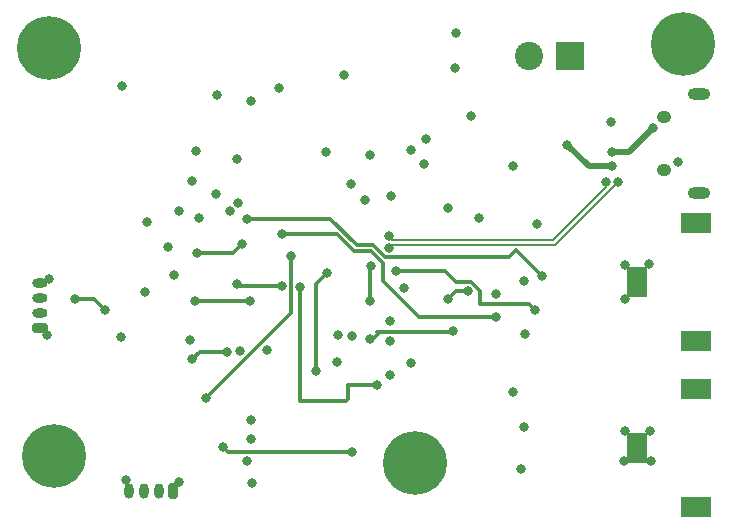
<source format=gbr>
%TF.GenerationSoftware,KiCad,Pcbnew,(5.99.0-11177-g6c67dfa032)*%
%TF.CreationDate,2021-08-02T03:39:22-04:00*%
%TF.ProjectId,STM32+Codec,53544d33-322b-4436-9f64-65632e6b6963,1.0*%
%TF.SameCoordinates,Original*%
%TF.FileFunction,Copper,L4,Bot*%
%TF.FilePolarity,Positive*%
%FSLAX46Y46*%
G04 Gerber Fmt 4.6, Leading zero omitted, Abs format (unit mm)*
G04 Created by KiCad (PCBNEW (5.99.0-11177-g6c67dfa032)) date 2021-08-02 03:39:22*
%MOMM*%
%LPD*%
G01*
G04 APERTURE LIST*
G04 Aperture macros list*
%AMRoundRect*
0 Rectangle with rounded corners*
0 $1 Rounding radius*
0 $2 $3 $4 $5 $6 $7 $8 $9 X,Y pos of 4 corners*
0 Add a 4 corners polygon primitive as box body*
4,1,4,$2,$3,$4,$5,$6,$7,$8,$9,$2,$3,0*
0 Add four circle primitives for the rounded corners*
1,1,$1+$1,$2,$3*
1,1,$1+$1,$4,$5*
1,1,$1+$1,$6,$7*
1,1,$1+$1,$8,$9*
0 Add four rect primitives between the rounded corners*
20,1,$1+$1,$2,$3,$4,$5,0*
20,1,$1+$1,$4,$5,$6,$7,0*
20,1,$1+$1,$6,$7,$8,$9,0*
20,1,$1+$1,$8,$9,$2,$3,0*%
G04 Aperture macros list end*
%TA.AperFunction,ComponentPad*%
%ADD10C,0.800000*%
%TD*%
%TA.AperFunction,ComponentPad*%
%ADD11C,5.400000*%
%TD*%
%TA.AperFunction,ComponentPad*%
%ADD12R,1.800000X2.500000*%
%TD*%
%TA.AperFunction,ComponentPad*%
%ADD13R,2.500000X1.800000*%
%TD*%
%TA.AperFunction,ComponentPad*%
%ADD14R,2.400000X2.400000*%
%TD*%
%TA.AperFunction,ComponentPad*%
%ADD15C,2.400000*%
%TD*%
%TA.AperFunction,ComponentPad*%
%ADD16RoundRect,0.200000X0.450000X-0.200000X0.450000X0.200000X-0.450000X0.200000X-0.450000X-0.200000X0*%
%TD*%
%TA.AperFunction,ComponentPad*%
%ADD17O,1.300000X0.800000*%
%TD*%
%TA.AperFunction,ComponentPad*%
%ADD18RoundRect,0.200000X0.200000X0.450000X-0.200000X0.450000X-0.200000X-0.450000X0.200000X-0.450000X0*%
%TD*%
%TA.AperFunction,ComponentPad*%
%ADD19O,0.800000X1.300000*%
%TD*%
%TA.AperFunction,ComponentPad*%
%ADD20O,1.900000X1.000000*%
%TD*%
%TA.AperFunction,ComponentPad*%
%ADD21O,1.250000X1.050000*%
%TD*%
%TA.AperFunction,ViaPad*%
%ADD22C,0.800000*%
%TD*%
%TA.AperFunction,Conductor*%
%ADD23C,0.300000*%
%TD*%
%TA.AperFunction,Conductor*%
%ADD24C,0.200000*%
%TD*%
%TA.AperFunction,Conductor*%
%ADD25C,0.500000*%
%TD*%
G04 APERTURE END LIST*
D10*
%TO.P,H4,1,1*%
%TO.N,GND*%
X111540891Y-52485891D03*
X108677109Y-49622109D03*
X110109000Y-49029000D03*
X110109000Y-53079000D03*
X108084000Y-51054000D03*
X112134000Y-51054000D03*
X108677109Y-52485891D03*
D11*
X110109000Y-51054000D03*
D10*
X111540891Y-49622109D03*
%TD*%
D12*
%TO.P,Mic,1,S*%
%TO.N,GND*%
X159842200Y-70891400D03*
D13*
%TO.P,Mic,2,T*%
X164842200Y-75891400D03*
%TO.P,Mic,3,R*%
%TO.N,Net-(C21-Pad1)*%
X164842200Y-65891400D03*
%TD*%
D14*
%TO.P,+12V,1,Pin_1*%
%TO.N,+12V*%
X154226200Y-51779400D03*
D15*
%TO.P,+12V,2,Pin_2*%
%TO.N,GND*%
X150726200Y-51779400D03*
%TD*%
D16*
%TO.P,I2C,1,Pin_1*%
%TO.N,DBVDD*%
X109347000Y-74757600D03*
D17*
%TO.P,I2C,2,Pin_2*%
%TO.N,Net-(J4-Pad2)*%
X109347000Y-73507600D03*
%TO.P,I2C,3,Pin_3*%
%TO.N,Net-(J4-Pad3)*%
X109347000Y-72257600D03*
%TO.P,I2C,4,Pin_4*%
%TO.N,GND*%
X109347000Y-71007600D03*
%TD*%
D18*
%TO.P,UART,1,Pin_1*%
%TO.N,DBVDD*%
X120604600Y-88595200D03*
D19*
%TO.P,UART,2,Pin_2*%
%TO.N,Net-(J7-Pad2)*%
X119354600Y-88595200D03*
%TO.P,UART,3,Pin_3*%
%TO.N,Net-(J7-Pad3)*%
X118104600Y-88595200D03*
%TO.P,UART,4,Pin_4*%
%TO.N,GND*%
X116854600Y-88595200D03*
%TD*%
D12*
%TO.P,Speaker,1,S*%
%TO.N,GND*%
X159879600Y-84912200D03*
D13*
%TO.P,Speaker,2,T*%
%TO.N,Net-(C20-Pad2)*%
X164879600Y-89912200D03*
%TO.P,Speaker,3,R*%
%TO.N,Net-(C19-Pad2)*%
X164879600Y-79912200D03*
%TD*%
D20*
%TO.P,USB,6,Shield*%
%TO.N,unconnected-(J3-Pad6)*%
X165128800Y-54981600D03*
D21*
X162128800Y-56931600D03*
X162128800Y-61381600D03*
D20*
X165128800Y-63331600D03*
%TD*%
D11*
%TO.P,H3,1,1*%
%TO.N,GND*%
X163779200Y-50749200D03*
D10*
X161754200Y-50749200D03*
X163779200Y-48724200D03*
X165804200Y-50749200D03*
X165211091Y-49317309D03*
X162347309Y-52181091D03*
X163779200Y-52774200D03*
X165211091Y-52181091D03*
X162347309Y-49317309D03*
%TD*%
%TO.P,H1,1,1*%
%TO.N,GND*%
X112489600Y-85598000D03*
X110464600Y-83573000D03*
X111896491Y-84166109D03*
X109032709Y-84166109D03*
D11*
X110464600Y-85598000D03*
D10*
X108439600Y-85598000D03*
X111896491Y-87029891D03*
X110464600Y-87623000D03*
X109032709Y-87029891D03*
%TD*%
%TO.P,H2,1,1*%
%TO.N,GND*%
X143071200Y-86233000D03*
X142478091Y-87664891D03*
X141046200Y-84208000D03*
X139614309Y-84801109D03*
X139614309Y-87664891D03*
X141046200Y-88258000D03*
D11*
X141046200Y-86233000D03*
D10*
X142478091Y-84801109D03*
X139021200Y-86233000D03*
%TD*%
D22*
%TO.N,GND*%
X149377400Y-80187800D03*
X136829800Y-63982600D03*
X150063200Y-86715600D03*
X161036000Y-86055200D03*
X149402800Y-61036200D03*
X127228600Y-87909400D03*
X145846800Y-56845200D03*
X157683200Y-57353200D03*
X160883600Y-69392800D03*
X150393400Y-75260200D03*
X137236200Y-60172600D03*
X141808200Y-60858400D03*
X135737600Y-75463400D03*
X150317200Y-83185000D03*
X139001800Y-63627000D03*
X158877000Y-72288400D03*
X140741400Y-59690000D03*
X120624600Y-70256400D03*
X122021600Y-75793600D03*
X120116600Y-67894200D03*
X158826200Y-69469000D03*
X124256800Y-63423800D03*
X127177800Y-84175600D03*
X129590800Y-54457600D03*
X143891000Y-64643000D03*
X110109000Y-70612000D03*
X150266400Y-70789800D03*
X125960916Y-60490300D03*
X116586000Y-87680800D03*
X138938000Y-74168000D03*
X158750000Y-86029800D03*
X134493000Y-77647800D03*
X118338600Y-65786000D03*
X142011400Y-58801000D03*
X135077200Y-53365400D03*
X126263400Y-76733400D03*
X138988800Y-78790800D03*
X126883685Y-86042700D03*
X163347400Y-60706000D03*
X116255800Y-54279800D03*
X158877000Y-83489800D03*
X160959800Y-83489800D03*
X122783600Y-65506600D03*
X140745780Y-77713000D03*
X151434800Y-65989200D03*
%TO.N,RXD*%
X122224800Y-77419200D03*
X125120400Y-76784200D03*
%TO.N,I2C_SCL*%
X129819400Y-66852800D03*
X147942500Y-73812400D03*
%TO.N,I2C_SDA*%
X127101600Y-72491600D03*
X126847600Y-65532000D03*
X151815800Y-70383400D03*
X122428000Y-72517000D03*
%TO.N,Net-(J4-Pad3)*%
X112242600Y-72313800D03*
X114808000Y-73253600D03*
%TO.N,SWO*%
X130581400Y-68656200D03*
X123367800Y-80746600D03*
%TO.N,Net-(J1-Pad6)*%
X135737600Y-85293200D03*
X124815600Y-84836000D03*
%TO.N,SWDIO*%
X133604000Y-70104000D03*
X132689600Y-78460600D03*
%TO.N,DBVDD*%
X134543800Y-75412600D03*
X126060200Y-64236600D03*
X116179600Y-75565000D03*
X118237000Y-71704200D03*
X147945780Y-71863000D03*
X133527800Y-59867800D03*
X121081800Y-87858600D03*
X122199400Y-62331600D03*
X144449800Y-52755800D03*
X125399800Y-64897000D03*
X144500600Y-49834800D03*
X140106400Y-71424800D03*
X109880400Y-75336400D03*
X124282200Y-55041800D03*
X127152400Y-82550000D03*
X128507877Y-76666477D03*
X146481800Y-65506600D03*
X122555000Y-59766200D03*
X138988800Y-75895200D03*
X135686800Y-62560200D03*
X121081800Y-64871600D03*
X127203200Y-55524400D03*
%TO.N,HSE_OUT*%
X126415800Y-67665600D03*
X122631200Y-68427600D03*
%TO.N,USB_D+*%
X138836400Y-66988200D03*
X157209000Y-62407800D03*
%TO.N,+5V*%
X157789316Y-59883820D03*
X161213800Y-57886600D03*
X153924000Y-59258200D03*
X157729279Y-61095409D03*
%TO.N,USB_D-*%
X158259000Y-62407800D03*
X138836400Y-68038200D03*
%TO.N,I2S_SCLK*%
X145529100Y-71666300D03*
X137363200Y-69570600D03*
X143840200Y-72339200D03*
X137245873Y-72494427D03*
%TO.N,I2S_LRCK*%
X144246600Y-75006200D03*
X137261600Y-75717400D03*
%TO.N,+3.3VA*%
X125984000Y-71094600D03*
X137871200Y-79629000D03*
X129794000Y-71221600D03*
X131330900Y-71272400D03*
%TO.N,I2S_MCLK*%
X151231600Y-73253600D03*
X139471400Y-69951600D03*
%TD*%
D23*
%TO.N,RXD*%
X122859800Y-76784200D02*
X122224800Y-77419200D01*
X125120400Y-76784200D02*
X122859800Y-76784200D01*
%TO.N,I2C_SCL*%
X137332402Y-68300600D02*
X138319032Y-69287230D01*
X134474430Y-66852800D02*
X135922230Y-68300600D01*
X138400631Y-70779001D02*
X141434030Y-73812400D01*
X135922230Y-68300600D02*
X137332402Y-68300600D01*
X138400631Y-69287230D02*
X138400631Y-70779001D01*
X129819400Y-66852800D02*
X134474430Y-66852800D01*
X138319032Y-69287230D02*
X138400631Y-69287230D01*
X141434030Y-73812400D02*
X147942500Y-73812400D01*
%TO.N,I2C_SDA*%
X133860058Y-65532000D02*
X126847600Y-65532000D01*
X138525941Y-68787711D02*
X137530830Y-67792600D01*
X122428000Y-72517000D02*
X127076200Y-72517000D01*
X149020131Y-68787711D02*
X138525941Y-68787711D01*
X137530830Y-67792600D02*
X136120658Y-67792600D01*
X151815800Y-70383400D02*
X149620121Y-68187721D01*
X149620121Y-68187721D02*
X149020131Y-68787711D01*
X136120658Y-67792600D02*
X133860058Y-65532000D01*
X127076200Y-72517000D02*
X127101600Y-72491600D01*
%TO.N,Net-(J4-Pad3)*%
X113868200Y-72313800D02*
X114808000Y-73253600D01*
X112242600Y-72313800D02*
X113868200Y-72313800D01*
%TO.N,SWO*%
X130581400Y-68656200D02*
X130581400Y-73533000D01*
X130581400Y-73533000D02*
X123367800Y-80746600D01*
%TO.N,Net-(J1-Pad6)*%
X125272800Y-85293200D02*
X124815600Y-84836000D01*
X135737600Y-85293200D02*
X125272800Y-85293200D01*
%TO.N,SWDIO*%
X133604000Y-70104000D02*
X132689600Y-71018400D01*
X132689600Y-71018400D02*
X132689600Y-78460600D01*
%TO.N,HSE_OUT*%
X122631200Y-68427600D02*
X125653800Y-68427600D01*
X125653800Y-68427600D02*
X126415800Y-67665600D01*
D24*
%TO.N,USB_D+*%
X157209000Y-62821403D02*
X152742204Y-67288199D01*
X157209000Y-62407800D02*
X157209000Y-62821403D01*
X139136399Y-67288199D02*
X138836400Y-66988200D01*
X152742204Y-67288199D02*
X139136399Y-67288199D01*
D25*
%TO.N,+5V*%
X157789316Y-59883820D02*
X159216580Y-59883820D01*
X155761209Y-61095409D02*
X153924000Y-59258200D01*
X159216580Y-59883820D02*
X161213800Y-57886600D01*
X157729279Y-61095409D02*
X155761209Y-61095409D01*
D24*
%TO.N,USB_D-*%
X158259000Y-62407800D02*
X152928599Y-67738201D01*
X152928599Y-67738201D02*
X139136399Y-67738201D01*
X139136399Y-67738201D02*
X138836400Y-68038200D01*
D23*
%TO.N,I2S_SCLK*%
X137245873Y-69687927D02*
X137363200Y-69570600D01*
X137245873Y-72494427D02*
X137245873Y-69687927D01*
X145529100Y-71666300D02*
X144513100Y-71666300D01*
X144513100Y-71666300D02*
X143840200Y-72339200D01*
%TO.N,I2S_LRCK*%
X144107111Y-75145689D02*
X144246600Y-75006200D01*
X139230311Y-75145689D02*
X144107111Y-75145689D01*
X137833311Y-75145689D02*
X139230311Y-75145689D01*
X137261600Y-75717400D02*
X137541000Y-75717400D01*
X137541000Y-75717400D02*
X138112711Y-75145689D01*
X138112711Y-75145689D02*
X139230311Y-75145689D01*
%TO.N,+3.3VA*%
X131394200Y-81000600D02*
X135204200Y-81000600D01*
X135414230Y-80790570D02*
X135414230Y-79629000D01*
X131330900Y-71272400D02*
X131330900Y-80937300D01*
X135204200Y-81000600D02*
X135414230Y-80790570D01*
X129794000Y-71221600D02*
X126111000Y-71221600D01*
X135414230Y-79629000D02*
X137871200Y-79629000D01*
X126111000Y-71221600D02*
X125984000Y-71094600D01*
X131330900Y-80937300D02*
X131394200Y-81000600D01*
%TO.N,I2S_MCLK*%
X143611600Y-69951600D02*
X144576800Y-70916800D01*
X139471400Y-69951600D02*
X143611600Y-69951600D01*
X144576800Y-70916800D02*
X145839570Y-70916800D01*
X146608800Y-72745600D02*
X150723600Y-72745600D01*
X150723600Y-72745600D02*
X151231600Y-73253600D01*
X145839570Y-70916800D02*
X146608800Y-71686030D01*
X146608800Y-71686030D02*
X146608800Y-72745600D01*
%TD*%
M02*

</source>
